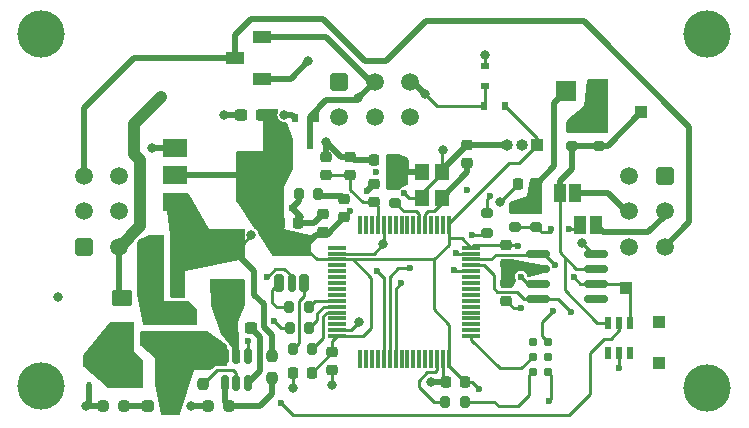
<source format=gtl>
%TF.GenerationSoftware,KiCad,Pcbnew,(6.0.0)*%
%TF.CreationDate,2023-01-08T13:29:31-06:00*%
%TF.ProjectId,WheelspeedController,57686565-6c73-4706-9565-64436f6e7472,rev?*%
%TF.SameCoordinates,Original*%
%TF.FileFunction,Copper,L1,Top*%
%TF.FilePolarity,Positive*%
%FSLAX46Y46*%
G04 Gerber Fmt 4.6, Leading zero omitted, Abs format (unit mm)*
G04 Created by KiCad (PCBNEW (6.0.0)) date 2023-01-08 13:29:31*
%MOMM*%
%LPD*%
G01*
G04 APERTURE LIST*
G04 Aperture macros list*
%AMRoundRect*
0 Rectangle with rounded corners*
0 $1 Rounding radius*
0 $2 $3 $4 $5 $6 $7 $8 $9 X,Y pos of 4 corners*
0 Add a 4 corners polygon primitive as box body*
4,1,4,$2,$3,$4,$5,$6,$7,$8,$9,$2,$3,0*
0 Add four circle primitives for the rounded corners*
1,1,$1+$1,$2,$3*
1,1,$1+$1,$4,$5*
1,1,$1+$1,$6,$7*
1,1,$1+$1,$8,$9*
0 Add four rect primitives between the rounded corners*
20,1,$1+$1,$2,$3,$4,$5,0*
20,1,$1+$1,$4,$5,$6,$7,0*
20,1,$1+$1,$6,$7,$8,$9,0*
20,1,$1+$1,$8,$9,$2,$3,0*%
G04 Aperture macros list end*
%TA.AperFunction,ComponentPad*%
%ADD10RoundRect,0.250001X-0.499999X-0.499999X0.499999X-0.499999X0.499999X0.499999X-0.499999X0.499999X0*%
%TD*%
%TA.AperFunction,ComponentPad*%
%ADD11C,1.500000*%
%TD*%
%TA.AperFunction,ComponentPad*%
%ADD12R,1.000000X1.000000*%
%TD*%
%TA.AperFunction,SMDPad,CuDef*%
%ADD13RoundRect,0.237500X-0.300000X-0.237500X0.300000X-0.237500X0.300000X0.237500X-0.300000X0.237500X0*%
%TD*%
%TA.AperFunction,SMDPad,CuDef*%
%ADD14RoundRect,0.200000X-0.275000X0.200000X-0.275000X-0.200000X0.275000X-0.200000X0.275000X0.200000X0*%
%TD*%
%TA.AperFunction,ComponentPad*%
%ADD15R,1.700000X1.700000*%
%TD*%
%TA.AperFunction,ComponentPad*%
%ADD16O,1.700000X1.700000*%
%TD*%
%TA.AperFunction,SMDPad,CuDef*%
%ADD17RoundRect,0.237500X-0.250000X-0.237500X0.250000X-0.237500X0.250000X0.237500X-0.250000X0.237500X0*%
%TD*%
%TA.AperFunction,ComponentPad*%
%ADD18C,4.000000*%
%TD*%
%TA.AperFunction,SMDPad,CuDef*%
%ADD19RoundRect,0.237500X0.237500X-0.300000X0.237500X0.300000X-0.237500X0.300000X-0.237500X-0.300000X0*%
%TD*%
%TA.AperFunction,SMDPad,CuDef*%
%ADD20RoundRect,0.225000X-0.250000X0.225000X-0.250000X-0.225000X0.250000X-0.225000X0.250000X0.225000X0*%
%TD*%
%TA.AperFunction,SMDPad,CuDef*%
%ADD21RoundRect,0.237500X0.237500X-0.250000X0.237500X0.250000X-0.237500X0.250000X-0.237500X-0.250000X0*%
%TD*%
%TA.AperFunction,SMDPad,CuDef*%
%ADD22RoundRect,0.200000X-0.200000X-0.275000X0.200000X-0.275000X0.200000X0.275000X-0.200000X0.275000X0*%
%TD*%
%TA.AperFunction,SMDPad,CuDef*%
%ADD23RoundRect,0.237500X-0.287500X-0.237500X0.287500X-0.237500X0.287500X0.237500X-0.287500X0.237500X0*%
%TD*%
%TA.AperFunction,SMDPad,CuDef*%
%ADD24R,2.500000X1.900000*%
%TD*%
%TA.AperFunction,SMDPad,CuDef*%
%ADD25RoundRect,0.250001X0.624999X-0.462499X0.624999X0.462499X-0.624999X0.462499X-0.624999X-0.462499X0*%
%TD*%
%TA.AperFunction,SMDPad,CuDef*%
%ADD26RoundRect,0.200000X0.275000X-0.200000X0.275000X0.200000X-0.275000X0.200000X-0.275000X-0.200000X0*%
%TD*%
%TA.AperFunction,SMDPad,CuDef*%
%ADD27RoundRect,0.200000X0.200000X0.275000X-0.200000X0.275000X-0.200000X-0.275000X0.200000X-0.275000X0*%
%TD*%
%TA.AperFunction,SMDPad,CuDef*%
%ADD28R,1.000000X1.500000*%
%TD*%
%TA.AperFunction,SMDPad,CuDef*%
%ADD29RoundRect,0.237500X0.250000X0.237500X-0.250000X0.237500X-0.250000X-0.237500X0.250000X-0.237500X0*%
%TD*%
%TA.AperFunction,SMDPad,CuDef*%
%ADD30RoundRect,0.237500X-0.237500X0.250000X-0.237500X-0.250000X0.237500X-0.250000X0.237500X0.250000X0*%
%TD*%
%TA.AperFunction,SMDPad,CuDef*%
%ADD31RoundRect,0.225000X0.250000X-0.225000X0.250000X0.225000X-0.250000X0.225000X-0.250000X-0.225000X0*%
%TD*%
%TA.AperFunction,SMDPad,CuDef*%
%ADD32R,0.600000X0.800000*%
%TD*%
%TA.AperFunction,SMDPad,CuDef*%
%ADD33R,0.550000X1.050000*%
%TD*%
%TA.AperFunction,SMDPad,CuDef*%
%ADD34RoundRect,0.150000X-0.150000X0.512500X-0.150000X-0.512500X0.150000X-0.512500X0.150000X0.512500X0*%
%TD*%
%TA.AperFunction,SMDPad,CuDef*%
%ADD35RoundRect,0.160000X-0.240000X0.565000X-0.240000X-0.565000X0.240000X-0.565000X0.240000X0.565000X0*%
%TD*%
%TA.AperFunction,SMDPad,CuDef*%
%ADD36RoundRect,0.120000X-0.180000X0.605000X-0.180000X-0.605000X0.180000X-0.605000X0.180000X0.605000X0*%
%TD*%
%TA.AperFunction,SMDPad,CuDef*%
%ADD37RoundRect,0.237500X0.300000X0.237500X-0.300000X0.237500X-0.300000X-0.237500X0.300000X-0.237500X0*%
%TD*%
%TA.AperFunction,SMDPad,CuDef*%
%ADD38RoundRect,0.225000X-0.225000X-0.250000X0.225000X-0.250000X0.225000X0.250000X-0.225000X0.250000X0*%
%TD*%
%TA.AperFunction,ComponentPad*%
%ADD39O,1.000000X1.000000*%
%TD*%
%TA.AperFunction,ComponentPad*%
%ADD40RoundRect,0.250001X0.499999X-0.499999X0.499999X0.499999X-0.499999X0.499999X-0.499999X-0.499999X0*%
%TD*%
%TA.AperFunction,ComponentPad*%
%ADD41RoundRect,0.250001X-0.499999X0.499999X-0.499999X-0.499999X0.499999X-0.499999X0.499999X0.499999X0*%
%TD*%
%TA.AperFunction,SMDPad,CuDef*%
%ADD42RoundRect,0.218750X-0.256250X0.218750X-0.256250X-0.218750X0.256250X-0.218750X0.256250X0.218750X0*%
%TD*%
%TA.AperFunction,SMDPad,CuDef*%
%ADD43RoundRect,0.075000X-0.075000X0.700000X-0.075000X-0.700000X0.075000X-0.700000X0.075000X0.700000X0*%
%TD*%
%TA.AperFunction,SMDPad,CuDef*%
%ADD44RoundRect,0.075000X-0.700000X0.075000X-0.700000X-0.075000X0.700000X-0.075000X0.700000X0.075000X0*%
%TD*%
%TA.AperFunction,SMDPad,CuDef*%
%ADD45R,1.200000X1.400000*%
%TD*%
%TA.AperFunction,SMDPad,CuDef*%
%ADD46RoundRect,0.225000X0.225000X0.250000X-0.225000X0.250000X-0.225000X-0.250000X0.225000X-0.250000X0*%
%TD*%
%TA.AperFunction,SMDPad,CuDef*%
%ADD47R,2.000000X1.500000*%
%TD*%
%TA.AperFunction,SMDPad,CuDef*%
%ADD48R,2.000000X3.800000*%
%TD*%
%TA.AperFunction,SMDPad,CuDef*%
%ADD49RoundRect,0.150000X-0.825000X-0.150000X0.825000X-0.150000X0.825000X0.150000X-0.825000X0.150000X0*%
%TD*%
%TA.AperFunction,SMDPad,CuDef*%
%ADD50R,1.600000X1.000000*%
%TD*%
%TA.AperFunction,SMDPad,CuDef*%
%ADD51R,0.800000X0.600000*%
%TD*%
%TA.AperFunction,SMDPad,CuDef*%
%ADD52R,2.500000X1.800000*%
%TD*%
%TA.AperFunction,SMDPad,CuDef*%
%ADD53R,0.450000X0.600000*%
%TD*%
%TA.AperFunction,ConnectorPad*%
%ADD54C,0.787400*%
%TD*%
%TA.AperFunction,ViaPad*%
%ADD55C,0.800000*%
%TD*%
%TA.AperFunction,ViaPad*%
%ADD56C,0.600000*%
%TD*%
%TA.AperFunction,Conductor*%
%ADD57C,1.000000*%
%TD*%
%TA.AperFunction,Conductor*%
%ADD58C,0.250000*%
%TD*%
%TA.AperFunction,Conductor*%
%ADD59C,0.500000*%
%TD*%
G04 APERTURE END LIST*
D10*
%TO.P,J2,1,Pin_1*%
%TO.N,GND*%
X87180000Y-76710000D03*
D11*
%TO.P,J2,2,Pin_2*%
%TO.N,/WheelIn2*%
X90180000Y-76710000D03*
%TO.P,J2,3,Pin_3*%
%TO.N,/WheelIn1*%
X93180000Y-76710000D03*
%TO.P,J2,4,Pin_4*%
%TO.N,+24V*%
X87180000Y-79710000D03*
%TO.P,J2,5,Pin_5*%
%TO.N,+5V*%
X90180000Y-79710000D03*
%TO.P,J2,6,Pin_6*%
%TO.N,/Extra1*%
X93180000Y-79710000D03*
%TD*%
D12*
%TO.P,TP11,1,1*%
%TO.N,Net-(D9-Pad4)*%
X111506000Y-94132400D03*
%TD*%
D13*
%TO.P,C4,1*%
%TO.N,/VRM/BUCK/SW*%
X78031000Y-97536000D03*
%TO.P,C4,2*%
%TO.N,/VRM/BUCK/VBST*%
X79756000Y-97536000D03*
%TD*%
D14*
%TO.P,R22,1*%
%TO.N,Net-(R22-Pad1)*%
X99669600Y-87821000D03*
%TO.P,R22,2*%
%TO.N,/MCU/BOOT0*%
X99669600Y-89471000D03*
%TD*%
D15*
%TO.P,J4,1,Pin_1*%
%TO.N,Net-(C19-Pad2)*%
X106421000Y-77470000D03*
D16*
%TO.P,J4,2,Pin_2*%
%TO.N,Net-(J4-Pad2)*%
X108961000Y-77470000D03*
%TD*%
D17*
%TO.P,R4,1*%
%TO.N,GND*%
X67159500Y-104140000D03*
%TO.P,R4,2*%
%TO.N,Net-(D7-Pad1)*%
X68984500Y-104140000D03*
%TD*%
D18*
%TO.P,TP4,1,1*%
%TO.N,GND*%
X61976000Y-102463600D03*
%TD*%
D19*
%TO.P,C1,1*%
%TO.N,/VRM/BUCK/V_in*%
X74676000Y-98398500D03*
%TO.P,C1,2*%
%TO.N,GND*%
X74676000Y-96673500D03*
%TD*%
D20*
%TO.P,C12,1*%
%TO.N,+3V3*%
X86614000Y-99555000D03*
%TO.P,C12,2*%
%TO.N,GND*%
X86614000Y-101105000D03*
%TD*%
D21*
%TO.P,R3,1*%
%TO.N,/VRM/BUCK/VFB*%
X81534000Y-101750500D03*
%TO.P,R3,2*%
%TO.N,+5V*%
X81534000Y-99925500D03*
%TD*%
D22*
%TO.P,R11,1*%
%TO.N,Net-(D10-Pad5)*%
X82995000Y-97536000D03*
%TO.P,R11,2*%
%TO.N,/MCU/LED_G*%
X84645000Y-97536000D03*
%TD*%
D23*
%TO.P,D7,1,K*%
%TO.N,Net-(D7-Pad1)*%
X71007000Y-104140000D03*
%TO.P,D7,2,A*%
%TO.N,/VRM/BUCK/V_in*%
X72757000Y-104140000D03*
%TD*%
D24*
%TO.P,L1,1,1*%
%TO.N,/VRM/BUCK/SW*%
X77724000Y-94506000D03*
%TO.P,L1,2,2*%
%TO.N,+5V*%
X77724000Y-90406000D03*
%TD*%
D25*
%TO.P,F1,1*%
%TO.N,/VRM/DIODE*%
X68834000Y-98007500D03*
%TO.P,F1,2*%
%TO.N,+24V*%
X68834000Y-95032500D03*
%TD*%
D22*
%TO.P,R10,1*%
%TO.N,Net-(D10-Pad6)*%
X83249000Y-99364800D03*
%TO.P,R10,2*%
%TO.N,/MCU/LED_B*%
X84899000Y-99364800D03*
%TD*%
D18*
%TO.P,TP1,1,1*%
%TO.N,GND*%
X61976000Y-72644000D03*
%TD*%
%TO.P,TP2,1,1*%
%TO.N,GND*%
X118364000Y-102616000D03*
%TD*%
D19*
%TO.P,C3,1*%
%TO.N,/VRM/BUCK/V_in*%
X72898000Y-98298000D03*
%TO.P,C3,2*%
%TO.N,GND*%
X72898000Y-96573000D03*
%TD*%
D26*
%TO.P,R19,1*%
%TO.N,Net-(D9-Pad6)*%
X106934000Y-82105000D03*
%TO.P,R19,2*%
%TO.N,Net-(J4-Pad2)*%
X106934000Y-80455000D03*
%TD*%
%TO.P,R17,1*%
%TO.N,Net-(D9-Pad6)*%
X109220000Y-82105000D03*
%TO.P,R17,2*%
%TO.N,Net-(J4-Pad2)*%
X109220000Y-80455000D03*
%TD*%
D12*
%TO.P,TP9,1,1*%
%TO.N,Net-(D9-Pad6)*%
X112776000Y-79248000D03*
%TD*%
D19*
%TO.P,C2,1*%
%TO.N,/VRM/BUCK/V_in*%
X71120000Y-98398500D03*
%TO.P,C2,2*%
%TO.N,GND*%
X71120000Y-96673500D03*
%TD*%
D12*
%TO.P,TP5,1,1*%
%TO.N,/MCU/CAN1_TX*%
X114249200Y-97078800D03*
%TD*%
D27*
%TO.P,R23,1*%
%TO.N,Net-(J6-Pad2)*%
X97802200Y-103784400D03*
%TO.P,R23,2*%
%TO.N,/MCU/SWDIO*%
X96152200Y-103784400D03*
%TD*%
D22*
%TO.P,R12,1*%
%TO.N,Net-(D10-Pad4)*%
X82944200Y-95808800D03*
%TO.P,R12,2*%
%TO.N,/MCU/LED_R*%
X84594200Y-95808800D03*
%TD*%
D28*
%TO.P,JP1,1,A*%
%TO.N,Net-(D9-Pad6)*%
X105888000Y-86106000D03*
%TO.P,JP1,2,B*%
%TO.N,/CAN+*%
X107188000Y-86106000D03*
%TD*%
D29*
%TO.P,R2,1*%
%TO.N,/VRM/BUCK/VFB*%
X77874500Y-104140000D03*
%TO.P,R2,2*%
%TO.N,GND*%
X76049500Y-104140000D03*
%TD*%
D30*
%TO.P,R1,1*%
%TO.N,/VRM/BUCK/V_in*%
X75692000Y-100433500D03*
%TO.P,R1,2*%
%TO.N,/VRM/BUCK/EN*%
X75692000Y-102258500D03*
%TD*%
D31*
%TO.P,C16,1*%
%TO.N,+3.3VA*%
X88138000Y-84595000D03*
%TO.P,C16,2*%
%TO.N,GND*%
X88138000Y-83045000D03*
%TD*%
D28*
%TO.P,JP2,1,A*%
%TO.N,Net-(D9-Pad4)*%
X107604800Y-88849200D03*
%TO.P,JP2,2,B*%
%TO.N,/CAN-*%
X108904800Y-88849200D03*
%TD*%
D32*
%TO.P,D3,1*%
%TO.N,+3V3*%
X101180000Y-78740000D03*
%TO.P,D3,2*%
%TO.N,/WheelIn1*%
X99480000Y-78740000D03*
%TD*%
D33*
%TO.P,D9,1,I/O1*%
%TO.N,Net-(D9-Pad1)*%
X109946400Y-99699600D03*
%TO.P,D9,2,VSS*%
%TO.N,GND*%
X110896400Y-99699600D03*
%TO.P,D9,3,I/O2*%
%TO.N,Net-(D9-Pad3)*%
X111846400Y-99699600D03*
%TO.P,D9,4,I/O3*%
%TO.N,Net-(D9-Pad4)*%
X111846400Y-97099600D03*
%TO.P,D9,5,VCC*%
%TO.N,+5V*%
X110896400Y-97099600D03*
%TO.P,D9,6,I/O4*%
%TO.N,Net-(D9-Pad6)*%
X109946400Y-97099600D03*
%TD*%
D14*
%TO.P,R13,1*%
%TO.N,Net-(C19-Pad2)*%
X102108000Y-87313000D03*
%TO.P,R13,2*%
%TO.N,Net-(D9-Pad4)*%
X102108000Y-88963000D03*
%TD*%
D34*
%TO.P,U1,1,GND*%
%TO.N,GND*%
X79436000Y-99954500D03*
%TO.P,U1,2,SW*%
%TO.N,/VRM/BUCK/SW*%
X78486000Y-99954500D03*
%TO.P,U1,3,VIN*%
%TO.N,/VRM/BUCK/V_in*%
X77536000Y-99954500D03*
%TO.P,U1,4,VFB*%
%TO.N,/VRM/BUCK/VFB*%
X77536000Y-102229500D03*
%TO.P,U1,5,EN*%
%TO.N,/VRM/BUCK/EN*%
X78486000Y-102229500D03*
%TO.P,U1,6,VBST*%
%TO.N,/VRM/BUCK/VBST*%
X79436000Y-102229500D03*
%TD*%
D35*
%TO.P,D10,1,BA*%
%TO.N,+3V3*%
X84225000Y-90682000D03*
D36*
%TO.P,D10,2,RA*%
X83175000Y-90682000D03*
D35*
%TO.P,D10,3,GA*%
X82125000Y-90682000D03*
%TO.P,D10,4,GK*%
%TO.N,Net-(D10-Pad4)*%
X82125000Y-93732000D03*
D36*
%TO.P,D10,5,RK*%
%TO.N,Net-(D10-Pad5)*%
X83175000Y-93732000D03*
D35*
%TO.P,D10,6,BK*%
%TO.N,Net-(D10-Pad6)*%
X84225000Y-93732000D03*
%TD*%
D26*
%TO.P,R21,1*%
%TO.N,/MCU/HSE_out*%
X91948000Y-86936000D03*
%TO.P,R21,2*%
%TO.N,Net-(C22-Pad1)*%
X91948000Y-85286000D03*
%TD*%
D37*
%TO.P,C5,1*%
%TO.N,+5V*%
X73506500Y-92456000D03*
%TO.P,C5,2*%
%TO.N,GND*%
X71781500Y-92456000D03*
%TD*%
D38*
%TO.P,C11,1*%
%TO.N,+3V3*%
X82146000Y-88651000D03*
%TO.P,C11,2*%
%TO.N,GND*%
X83696000Y-88651000D03*
%TD*%
%TO.P,C19,1*%
%TO.N,GND*%
X102349000Y-85344000D03*
%TO.P,C19,2*%
%TO.N,Net-(C19-Pad2)*%
X103899000Y-85344000D03*
%TD*%
D12*
%TO.P,SW2,1,A*%
%TO.N,+3V3*%
X103891000Y-82042000D03*
D39*
%TO.P,SW2,2,B*%
%TO.N,Net-(R22-Pad1)*%
X102621000Y-82042000D03*
%TO.P,SW2,3,C*%
%TO.N,GND*%
X101351000Y-82042000D03*
%TD*%
D37*
%TO.P,C8,1*%
%TO.N,+3V3*%
X80618500Y-79502000D03*
%TO.P,C8,2*%
%TO.N,GND*%
X78893500Y-79502000D03*
%TD*%
D40*
%TO.P,J1,1,Pin_1*%
%TO.N,GND*%
X65577000Y-90654000D03*
D11*
%TO.P,J1,2,Pin_2*%
%TO.N,/CAN-*%
X65577000Y-87654000D03*
%TO.P,J1,3,Pin_3*%
%TO.N,/PassThru*%
X65577000Y-84654000D03*
%TO.P,J1,4,Pin_4*%
%TO.N,+24V*%
X68577000Y-90654000D03*
%TO.P,J1,5,Pin_5*%
%TO.N,/CAN+*%
X68577000Y-87654000D03*
%TO.P,J1,6,Pin_6*%
%TO.N,/SHIELD*%
X68577000Y-84654000D03*
%TD*%
D12*
%TO.P,TP7,1,1*%
%TO.N,/MCU/CAN1_RX*%
X114249200Y-100507800D03*
%TD*%
D31*
%TO.P,C15,1*%
%TO.N,+3.3VA*%
X86106000Y-84595000D03*
%TO.P,C15,2*%
%TO.N,GND*%
X86106000Y-83045000D03*
%TD*%
D41*
%TO.P,J3,1,Pin_1*%
%TO.N,GND*%
X114763000Y-84664000D03*
D11*
%TO.P,J3,2,Pin_2*%
%TO.N,/CAN-*%
X114763000Y-87664000D03*
%TO.P,J3,3,Pin_3*%
%TO.N,/PassThru*%
X114763000Y-90664000D03*
%TO.P,J3,4,Pin_4*%
%TO.N,+24V*%
X111763000Y-84664000D03*
%TO.P,J3,5,Pin_5*%
%TO.N,/CAN+*%
X111763000Y-87664000D03*
%TO.P,J3,6,Pin_6*%
%TO.N,/SHIELD*%
X111763000Y-90664000D03*
%TD*%
D42*
%TO.P,L2,1*%
%TO.N,+3V3*%
X90170000Y-85323500D03*
%TO.P,L2,2*%
%TO.N,+3.3VA*%
X90170000Y-86898500D03*
%TD*%
D31*
%TO.P,C17,1*%
%TO.N,+3V3*%
X101346000Y-95263000D03*
%TO.P,C17,2*%
%TO.N,GND*%
X101346000Y-93713000D03*
%TD*%
D20*
%TO.P,C9,1*%
%TO.N,+3V3*%
X101346000Y-90563400D03*
%TO.P,C9,2*%
%TO.N,GND*%
X101346000Y-92113400D03*
%TD*%
D27*
%TO.P,R9,1*%
%TO.N,Net-(D8-Pad1)*%
X85407000Y-86233000D03*
%TO.P,R9,2*%
%TO.N,GND*%
X83757000Y-86233000D03*
%TD*%
D31*
%TO.P,C10,1*%
%TO.N,+3V3*%
X85852000Y-89421000D03*
%TO.P,C10,2*%
%TO.N,GND*%
X85852000Y-87871000D03*
%TD*%
%TO.P,C21,1*%
%TO.N,/MCU/HSE_in*%
X98044000Y-83579000D03*
%TO.P,C21,2*%
%TO.N,GND*%
X98044000Y-82029000D03*
%TD*%
D18*
%TO.P,TP3,1,1*%
%TO.N,GND*%
X118364000Y-72644000D03*
%TD*%
D14*
%TO.P,R15,1*%
%TO.N,Net-(C19-Pad2)*%
X103886000Y-87313000D03*
%TO.P,R15,2*%
%TO.N,Net-(D9-Pad4)*%
X103886000Y-88963000D03*
%TD*%
D43*
%TO.P,U3,1,VBAT*%
%TO.N,+3V3*%
X96460000Y-88818000D03*
%TO.P,U3,2,PC13*%
%TO.N,/MCU/PC13*%
X95960000Y-88818000D03*
%TO.P,U3,3,PC14*%
%TO.N,/MCU/PC14*%
X95460000Y-88818000D03*
%TO.P,U3,4,PC15*%
%TO.N,/MCU/PC15*%
X94960000Y-88818000D03*
%TO.P,U3,5,PD0*%
%TO.N,/MCU/HSE_in*%
X94460000Y-88818000D03*
%TO.P,U3,6,PD1*%
%TO.N,/MCU/HSE_out*%
X93960000Y-88818000D03*
%TO.P,U3,7,NRST*%
%TO.N,unconnected-(U3-Pad7)*%
X93460000Y-88818000D03*
%TO.P,U3,8,PC0*%
%TO.N,/MCU/PC0*%
X92960000Y-88818000D03*
%TO.P,U3,9,PC1*%
%TO.N,/MCU/PC1*%
X92460000Y-88818000D03*
%TO.P,U3,10,PC2*%
%TO.N,/MCU/PC2*%
X91960000Y-88818000D03*
%TO.P,U3,11,PC3*%
%TO.N,/MCU/PC3*%
X91460000Y-88818000D03*
%TO.P,U3,12,VSSA*%
%TO.N,GND*%
X90960000Y-88818000D03*
%TO.P,U3,13,VDDA*%
%TO.N,+3.3VA*%
X90460000Y-88818000D03*
%TO.P,U3,14,PA0*%
%TO.N,/MCU/PB0*%
X89960000Y-88818000D03*
%TO.P,U3,15,PA1*%
%TO.N,/MCU/PB1*%
X89460000Y-88818000D03*
%TO.P,U3,16,PA2*%
%TO.N,/MCU/PB2*%
X88960000Y-88818000D03*
D44*
%TO.P,U3,17,PA3*%
%TO.N,/MCU/PA3*%
X87035000Y-90743000D03*
%TO.P,U3,18,VSS*%
%TO.N,GND*%
X87035000Y-91243000D03*
%TO.P,U3,19,VDD*%
%TO.N,+3V3*%
X87035000Y-91743000D03*
%TO.P,U3,20,PA4*%
%TO.N,/MCU/PA4*%
X87035000Y-92243000D03*
%TO.P,U3,21,PA5*%
%TO.N,/MCU/SPI1_SCK*%
X87035000Y-92743000D03*
%TO.P,U3,22,PA6*%
%TO.N,/MCU/SPI1_MISO*%
X87035000Y-93243000D03*
%TO.P,U3,23,PA7*%
%TO.N,/MCU/SPI1_MOSI*%
X87035000Y-93743000D03*
%TO.P,U3,24,PC4*%
%TO.N,/MCU/PC4*%
X87035000Y-94243000D03*
%TO.P,U3,25,PC5*%
%TO.N,/MCU/PC5*%
X87035000Y-94743000D03*
%TO.P,U3,26,PB0*%
%TO.N,/MCU/LED_R*%
X87035000Y-95243000D03*
%TO.P,U3,27,PB1*%
%TO.N,/MCU/LED_G*%
X87035000Y-95743000D03*
%TO.P,U3,28,PB2*%
%TO.N,/MCU/LED_B*%
X87035000Y-96243000D03*
%TO.P,U3,29,PB10*%
%TO.N,/MCU/I2C2_SCL*%
X87035000Y-96743000D03*
%TO.P,U3,30,PB11*%
%TO.N,/MCU/I2C2_SDA*%
X87035000Y-97243000D03*
%TO.P,U3,31,VSS*%
%TO.N,GND*%
X87035000Y-97743000D03*
%TO.P,U3,32,VDD*%
%TO.N,+3V3*%
X87035000Y-98243000D03*
D43*
%TO.P,U3,33,PB12*%
%TO.N,/MCU/CAN2_RX*%
X88960000Y-100168000D03*
%TO.P,U3,34,PB13*%
%TO.N,/MCU/CAN2_TX*%
X89460000Y-100168000D03*
%TO.P,U3,35,PB14*%
%TO.N,/MCU/PB14*%
X89960000Y-100168000D03*
%TO.P,U3,36,PB15*%
%TO.N,/MCU/PB15*%
X90460000Y-100168000D03*
%TO.P,U3,37,PC6*%
%TO.N,/WheelIn2*%
X90960000Y-100168000D03*
%TO.P,U3,38,PC7*%
%TO.N,/WheelIn1*%
X91460000Y-100168000D03*
%TO.P,U3,39,PC8*%
%TO.N,/Extra1*%
X91960000Y-100168000D03*
%TO.P,U3,40,PC9*%
%TO.N,/MCU/PC9*%
X92460000Y-100168000D03*
%TO.P,U3,41,PA8*%
%TO.N,/MCU/PA8*%
X92960000Y-100168000D03*
%TO.P,U3,42,PA9*%
%TO.N,/MCU/PA9*%
X93460000Y-100168000D03*
%TO.P,U3,43,PA10*%
%TO.N,/MCU/PA10*%
X93960000Y-100168000D03*
%TO.P,U3,44,PA11*%
%TO.N,/MCU/USB_D-*%
X94460000Y-100168000D03*
%TO.P,U3,45,PA12*%
%TO.N,/MCU/USB_D+*%
X94960000Y-100168000D03*
%TO.P,U3,46,PA13*%
%TO.N,/MCU/SWDIO*%
X95460000Y-100168000D03*
%TO.P,U3,47,VSS*%
%TO.N,GND*%
X95960000Y-100168000D03*
%TO.P,U3,48,VDD*%
%TO.N,+3V3*%
X96460000Y-100168000D03*
D44*
%TO.P,U3,49,PA14*%
%TO.N,/MCU/SWCLK*%
X98385000Y-98243000D03*
%TO.P,U3,50,PA15*%
%TO.N,/MCU/PA14*%
X98385000Y-97743000D03*
%TO.P,U3,51,PC10*%
%TO.N,/MCU/SPI3_SCK*%
X98385000Y-97243000D03*
%TO.P,U3,52,PC11*%
%TO.N,/MCU/SPI3_MISO*%
X98385000Y-96743000D03*
%TO.P,U3,53,PC12*%
%TO.N,/MCU/SPI3_MOSI*%
X98385000Y-96243000D03*
%TO.P,U3,54,PD2*%
%TO.N,/MCU/PD2*%
X98385000Y-95743000D03*
%TO.P,U3,55,PB3*%
%TO.N,/MCU/PB3*%
X98385000Y-95243000D03*
%TO.P,U3,56,PB4*%
%TO.N,/MCU/PB4*%
X98385000Y-94743000D03*
%TO.P,U3,57,PB5*%
%TO.N,/MCU/PB5*%
X98385000Y-94243000D03*
%TO.P,U3,58,PB6*%
%TO.N,/MCU/I2C1_SCL*%
X98385000Y-93743000D03*
%TO.P,U3,59,PB7*%
%TO.N,/MCU/I2C1_SDA*%
X98385000Y-93243000D03*
%TO.P,U3,60,BOOT0*%
%TO.N,/MCU/BOOT0*%
X98385000Y-92743000D03*
%TO.P,U3,61,PB8*%
%TO.N,/MCU/CAN1_RX*%
X98385000Y-92243000D03*
%TO.P,U3,62,PB9*%
%TO.N,/MCU/CAN1_TX*%
X98385000Y-91743000D03*
%TO.P,U3,63,VSS*%
%TO.N,GND*%
X98385000Y-91243000D03*
%TO.P,U3,64,VDD*%
%TO.N,+3V3*%
X98385000Y-90743000D03*
%TD*%
D45*
%TO.P,Y1,1,1*%
%TO.N,/MCU/HSE_in*%
X95896800Y-86499800D03*
%TO.P,Y1,2,2*%
%TO.N,GND*%
X95896800Y-84299800D03*
%TO.P,Y1,3,3*%
%TO.N,Net-(C22-Pad1)*%
X94196800Y-84299800D03*
%TO.P,Y1,4,4*%
%TO.N,GND*%
X94196800Y-86499800D03*
%TD*%
D37*
%TO.P,C6,1*%
%TO.N,+5V*%
X73506500Y-94234000D03*
%TO.P,C6,2*%
%TO.N,GND*%
X71781500Y-94234000D03*
%TD*%
D46*
%TO.P,C22,1*%
%TO.N,Net-(C22-Pad1)*%
X91707000Y-83312000D03*
%TO.P,C22,2*%
%TO.N,GND*%
X90157000Y-83312000D03*
%TD*%
D42*
%TO.P,D8,1,K*%
%TO.N,Net-(D8-Pad1)*%
X87630000Y-86588500D03*
%TO.P,D8,2,A*%
%TO.N,+3V3*%
X87630000Y-88163500D03*
%TD*%
D46*
%TO.P,C13,1*%
%TO.N,+3V3*%
X84849000Y-101346000D03*
%TO.P,C13,2*%
%TO.N,GND*%
X83299000Y-101346000D03*
%TD*%
D47*
%TO.P,U2,1,GND*%
%TO.N,GND*%
X73304000Y-82282000D03*
%TO.P,U2,2,VO*%
%TO.N,+3V3*%
X73304000Y-84582000D03*
D48*
X79604000Y-84582000D03*
D47*
%TO.P,U2,3,VI*%
%TO.N,+5V*%
X73304000Y-86882000D03*
%TD*%
D46*
%TO.P,C14,1*%
%TO.N,+3V3*%
X97803000Y-102113000D03*
%TO.P,C14,2*%
%TO.N,GND*%
X96253000Y-102113000D03*
%TD*%
D32*
%TO.P,D1,1*%
%TO.N,+3V3*%
X82970000Y-82042000D03*
%TO.P,D1,2*%
%TO.N,/WheelIn2*%
X84670000Y-82042000D03*
%TD*%
D49*
%TO.P,U4,1,D*%
%TO.N,/MCU/CAN1_TX*%
X104001800Y-91262200D03*
%TO.P,U4,2,GND*%
%TO.N,GND*%
X104001800Y-92532200D03*
%TO.P,U4,3,VCC*%
%TO.N,+3V3*%
X104001800Y-93802200D03*
%TO.P,U4,4,R*%
%TO.N,/MCU/CAN1_RX*%
X104001800Y-95072200D03*
%TO.P,U4,5,Vref*%
%TO.N,unconnected-(U4-Pad5)*%
X108951800Y-95072200D03*
%TO.P,U4,6,CANL*%
%TO.N,Net-(D9-Pad4)*%
X108951800Y-93802200D03*
%TO.P,U4,7,CANH*%
%TO.N,Net-(D9-Pad6)*%
X108951800Y-92532200D03*
%TO.P,U4,8,Rs*%
%TO.N,GND*%
X108951800Y-91262200D03*
%TD*%
D50*
%TO.P,SW1,1,A*%
%TO.N,/WheelIn1*%
X80652000Y-76426000D03*
%TO.P,SW1,2,B*%
%TO.N,/PassThru*%
X78352000Y-74676000D03*
%TO.P,SW1,3,C*%
%TO.N,/WheelIn2*%
X80652000Y-72926000D03*
%TD*%
D51*
%TO.P,D4,1*%
%TO.N,/WheelIn1*%
X99568000Y-77050000D03*
%TO.P,D4,2*%
%TO.N,GND*%
X99568000Y-75350000D03*
%TD*%
D37*
%TO.P,C7,1*%
%TO.N,+5V*%
X73506500Y-90424000D03*
%TO.P,C7,2*%
%TO.N,GND*%
X71781500Y-90424000D03*
%TD*%
D32*
%TO.P,D2,1*%
%TO.N,/WheelIn2*%
X85178000Y-79756000D03*
%TO.P,D2,2*%
%TO.N,GND*%
X83478000Y-79756000D03*
%TD*%
D52*
%TO.P,D6,1,K*%
%TO.N,/VRM/BUCK/V_in*%
X73120000Y-101346000D03*
%TO.P,D6,2,A*%
%TO.N,/VRM/DIODE*%
X69120000Y-101346000D03*
%TD*%
D53*
%TO.P,D5,1,K*%
%TO.N,/VRM/DIODE*%
X66040000Y-100296000D03*
%TO.P,D5,2,A*%
%TO.N,GND*%
X66040000Y-102396000D03*
%TD*%
D54*
%TO.P,J6,1,Pin_1*%
%TO.N,+3V3*%
X104825800Y-101269800D03*
%TO.P,J6,2,Pin_2*%
%TO.N,Net-(J6-Pad2)*%
X103555800Y-101269800D03*
%TO.P,J6,3,Pin_3*%
%TO.N,unconnected-(J6-Pad3)*%
X104825800Y-99999800D03*
%TO.P,J6,4,Pin_4*%
%TO.N,/MCU/SWCLK*%
X103555800Y-99999800D03*
%TO.P,J6,5,Pin_5*%
%TO.N,GND*%
X104825800Y-98729800D03*
%TO.P,J6,6,Pin_6*%
%TO.N,unconnected-(J6-Pad6)*%
X103555800Y-98729800D03*
%TD*%
D55*
%TO.N,GND*%
X82550000Y-79502000D03*
X90932000Y-90424000D03*
X86614000Y-102362000D03*
X71374000Y-82296000D03*
D56*
X70358000Y-94488000D03*
D55*
X83312000Y-102616000D03*
X95961200Y-82499200D03*
D56*
X71120000Y-95504000D03*
D55*
X94996000Y-102108000D03*
D56*
X70358000Y-92456000D03*
D55*
X77470000Y-79502000D03*
X74676000Y-104140000D03*
X100838000Y-86868000D03*
X86106000Y-81788000D03*
D56*
X74168000Y-95504000D03*
X79502000Y-98679000D03*
D55*
X65786000Y-104140000D03*
X99568000Y-74422000D03*
D56*
X83185000Y-87376000D03*
X97078800Y-91236800D03*
X70358000Y-93472000D03*
D55*
X88900000Y-97028000D03*
D56*
X110896400Y-100939600D03*
X101346000Y-92913200D03*
X70358000Y-91440000D03*
D55*
X107746800Y-90322400D03*
D56*
X105257600Y-96113600D03*
X92710000Y-86106000D03*
%TO.N,/WheelIn1*%
X93218000Y-92456000D03*
D55*
X84582000Y-74930000D03*
D56*
X98044000Y-85852000D03*
D55*
X94475400Y-77769000D03*
D56*
%TO.N,/WheelIn2*%
X90424000Y-92710000D03*
D55*
X88779000Y-78111000D03*
D56*
X90271600Y-84378800D03*
%TO.N,+3V3*%
X102565200Y-95859600D03*
X102362000Y-90576400D03*
X104952800Y-103733600D03*
X99060000Y-102717600D03*
X89535000Y-85979000D03*
X88138000Y-87630000D03*
X102565200Y-93192600D03*
D55*
%TO.N,+5V*%
X79756000Y-89662000D03*
D56*
X81534000Y-98552000D03*
X82296000Y-103886000D03*
%TO.N,Net-(D9-Pad4)*%
X105156000Y-89154000D03*
X106680000Y-89154000D03*
X107035600Y-93268800D03*
%TO.N,/MCU/BOOT0*%
X98450400Y-89662000D03*
X96926400Y-92659200D03*
%TO.N,/MCU/CAN1_TX*%
X105486200Y-92202000D03*
%TO.N,/MCU/CAN1_RX*%
X106807000Y-96164400D03*
%TO.N,Net-(D10-Pad5)*%
X81686400Y-96977200D03*
X81076800Y-93218000D03*
D55*
%TO.N,+24V*%
X71374000Y-78740000D03*
X72136000Y-77978000D03*
X70612000Y-79502000D03*
X69850000Y-80264000D03*
D56*
%TO.N,Net-(R22-Pad1)*%
X99949000Y-86334600D03*
%TO.N,/Extra1*%
X92456000Y-93726000D03*
D55*
%TO.N,/SHIELD*%
X63347600Y-94945200D03*
%TD*%
D57*
%TO.N,+24V*%
X69850000Y-80264000D02*
X70612000Y-79502000D01*
D58*
%TO.N,GND*%
X90113000Y-91243000D02*
X90932000Y-90424000D01*
D59*
X78893500Y-79502000D02*
X77470000Y-79502000D01*
D58*
X95896800Y-84443200D02*
X95896800Y-84299800D01*
X110896400Y-99699600D02*
X110896400Y-100939600D01*
X90960000Y-88818000D02*
X90960000Y-90396000D01*
X108686600Y-91262200D02*
X107746800Y-90322400D01*
D59*
X95896800Y-84176200D02*
X98044000Y-82029000D01*
X83757000Y-86804000D02*
X83185000Y-87376000D01*
X83224000Y-79502000D02*
X83478000Y-79756000D01*
D58*
X99568000Y-75350000D02*
X99568000Y-74422000D01*
D59*
X83696000Y-88651000D02*
X85072000Y-88651000D01*
D58*
X94196800Y-86143200D02*
X95896800Y-84443200D01*
X95960000Y-100168000D02*
X95960000Y-101820000D01*
X97085000Y-91243000D02*
X97078800Y-91236800D01*
D59*
X101338000Y-82029000D02*
X101351000Y-82042000D01*
D58*
X88185000Y-97743000D02*
X88900000Y-97028000D01*
D59*
X88405000Y-83312000D02*
X88138000Y-83045000D01*
D58*
X87035000Y-91243000D02*
X90113000Y-91243000D01*
X95896800Y-84299800D02*
X95896800Y-82563600D01*
D59*
X90157000Y-83312000D02*
X88405000Y-83312000D01*
X95896800Y-84299800D02*
X95896800Y-84176200D01*
D58*
X94196800Y-86499800D02*
X94196800Y-86143200D01*
X87035000Y-97743000D02*
X87931000Y-97743000D01*
D59*
X71388000Y-82282000D02*
X71374000Y-82296000D01*
D58*
X83299000Y-101346000D02*
X83299000Y-102603000D01*
X102349000Y-85344000D02*
X102349000Y-85357000D01*
D59*
X83757000Y-86233000D02*
X83757000Y-86804000D01*
X66040000Y-103886000D02*
X65786000Y-104140000D01*
X95001000Y-102113000D02*
X94996000Y-102108000D01*
X74676000Y-104140000D02*
X76049500Y-104140000D01*
D58*
X94196800Y-86499800D02*
X93103800Y-86499800D01*
X101396800Y-92113400D02*
X101396800Y-92862400D01*
D59*
X83696000Y-87887000D02*
X83185000Y-87376000D01*
D58*
X90960000Y-90396000D02*
X90932000Y-90424000D01*
D59*
X82550000Y-79502000D02*
X83224000Y-79502000D01*
D58*
X101396800Y-92862400D02*
X101346000Y-92913200D01*
D59*
X98044000Y-82029000D02*
X101338000Y-82029000D01*
D58*
X86614000Y-102362000D02*
X86614000Y-101105000D01*
D59*
X83185000Y-87376000D02*
X83934000Y-88125000D01*
X88138000Y-83045000D02*
X87363000Y-83045000D01*
D58*
X101396800Y-93713000D02*
X101396800Y-92964000D01*
D59*
X85072000Y-88651000D02*
X85852000Y-87871000D01*
D58*
X79436000Y-98745000D02*
X79502000Y-98679000D01*
X93103800Y-86499800D02*
X92710000Y-86106000D01*
D59*
X86106000Y-83045000D02*
X86106000Y-81788000D01*
X67159500Y-104140000D02*
X65786000Y-104140000D01*
D58*
X95960000Y-101820000D02*
X96253000Y-102113000D01*
X104317800Y-97053400D02*
X105257600Y-96113600D01*
X98385000Y-91243000D02*
X97085000Y-91243000D01*
X108951800Y-91262200D02*
X108686600Y-91262200D01*
X102349000Y-85357000D02*
X100838000Y-86868000D01*
X79436000Y-99954500D02*
X79436000Y-98745000D01*
D59*
X66040000Y-102396000D02*
X66040000Y-103886000D01*
D58*
X95896800Y-82563600D02*
X95961200Y-82499200D01*
D59*
X73304000Y-82282000D02*
X71388000Y-82282000D01*
D58*
X104317800Y-98221800D02*
X104317800Y-97053400D01*
X83299000Y-102603000D02*
X83312000Y-102616000D01*
X104825800Y-98729800D02*
X104317800Y-98221800D01*
D59*
X96253000Y-102113000D02*
X95001000Y-102113000D01*
D58*
X101396800Y-92964000D02*
X101346000Y-92913200D01*
D59*
X83696000Y-88651000D02*
X83696000Y-87887000D01*
D58*
X87931000Y-97743000D02*
X88185000Y-97743000D01*
D59*
X87363000Y-83045000D02*
X86106000Y-81788000D01*
%TO.N,/CAN+*%
X109951000Y-86106000D02*
X111763000Y-87918000D01*
X107188000Y-86106000D02*
X109951000Y-86106000D01*
%TO.N,/CAN-*%
X114763000Y-88030600D02*
X113334800Y-89458800D01*
X114763000Y-87918000D02*
X114763000Y-88030600D01*
X109514400Y-89458800D02*
X108904800Y-88849200D01*
X113334800Y-89458800D02*
X109514400Y-89458800D01*
D58*
%TO.N,/WheelIn1*%
X92202000Y-92456000D02*
X93218000Y-92456000D01*
D59*
X93180000Y-76710000D02*
X93416400Y-76710000D01*
D58*
X95446400Y-78740000D02*
X94475400Y-77769000D01*
X91460000Y-93198000D02*
X92202000Y-92456000D01*
X91460000Y-94468000D02*
X91460000Y-93198000D01*
D59*
X83086000Y-76426000D02*
X80652000Y-76426000D01*
D58*
X99480000Y-78740000D02*
X97028000Y-78740000D01*
X95554800Y-78740000D02*
X97028000Y-78740000D01*
D59*
X93416400Y-76710000D02*
X94475400Y-77769000D01*
D58*
X99568000Y-77050000D02*
X99568000Y-78652000D01*
X95554800Y-78740000D02*
X95446400Y-78740000D01*
D59*
X84582000Y-74930000D02*
X83086000Y-76426000D01*
D58*
X99568000Y-78652000D02*
X99480000Y-78740000D01*
X91460000Y-100168000D02*
X91460000Y-94468000D01*
D59*
%TO.N,/WheelIn2*%
X85725000Y-78613000D02*
X84670000Y-79668000D01*
D58*
X90960000Y-100168000D02*
X90960000Y-93190000D01*
D59*
X90180000Y-76710000D02*
X89862000Y-76710000D01*
X86078000Y-72926000D02*
X80652000Y-72926000D01*
D58*
X90904000Y-93190000D02*
X90424000Y-92710000D01*
D59*
X85178000Y-79160000D02*
X85725000Y-78613000D01*
X88658000Y-78232000D02*
X86106000Y-78232000D01*
X86106000Y-78232000D02*
X85725000Y-78613000D01*
X89862000Y-76710000D02*
X86078000Y-72926000D01*
D58*
X90960000Y-93190000D02*
X90904000Y-93190000D01*
D59*
X88779000Y-78111000D02*
X88658000Y-78232000D01*
X84670000Y-79668000D02*
X84670000Y-82042000D01*
X85178000Y-79756000D02*
X85178000Y-79160000D01*
X90180000Y-76710000D02*
X88779000Y-78111000D01*
%TO.N,/VRM/BUCK/SW*%
X78486000Y-99954500D02*
X78486000Y-97991000D01*
X78031000Y-94813000D02*
X77724000Y-94506000D01*
X78486000Y-97991000D02*
X78031000Y-97536000D01*
X78031000Y-97536000D02*
X78031000Y-94813000D01*
%TO.N,/VRM/BUCK/VBST*%
X80518000Y-98298000D02*
X80518000Y-101147500D01*
X79756000Y-97536000D02*
X80518000Y-98298000D01*
X80518000Y-101147500D02*
X79436000Y-102229500D01*
D58*
%TO.N,/VRM/BUCK/EN*%
X76858500Y-101092000D02*
X75692000Y-102258500D01*
X78486000Y-101346000D02*
X78232000Y-101092000D01*
X78486000Y-102229500D02*
X78486000Y-101346000D01*
X78232000Y-101092000D02*
X76858500Y-101092000D01*
D59*
%TO.N,/VRM/BUCK/VFB*%
X81534000Y-101750500D02*
X81534000Y-103124000D01*
X80518000Y-104140000D02*
X77874500Y-104140000D01*
X77536000Y-103801500D02*
X77874500Y-104140000D01*
X81534000Y-103124000D02*
X80518000Y-104140000D01*
X77536000Y-102229500D02*
X77536000Y-103801500D01*
D58*
%TO.N,+3.3VA*%
X88138000Y-85852000D02*
X88138000Y-84595000D01*
X90170000Y-86898500D02*
X89184500Y-86898500D01*
X86106000Y-84595000D02*
X88138000Y-84595000D01*
X90460000Y-88818000D02*
X90460000Y-87188500D01*
X90460000Y-87188500D02*
X90170000Y-86898500D01*
X89184500Y-86898500D02*
X88138000Y-85852000D01*
D59*
%TO.N,+3V3*%
X90170000Y-85344000D02*
X89535000Y-85979000D01*
D58*
X97599600Y-89957600D02*
X96460000Y-89957600D01*
X89916000Y-93316000D02*
X88343000Y-91743000D01*
X104001800Y-93802200D02*
X103174800Y-93802200D01*
X103891000Y-81451000D02*
X101180000Y-78740000D01*
X86614000Y-99555000D02*
X86614000Y-98664000D01*
X98615400Y-90512600D02*
X98385000Y-90743000D01*
X96460000Y-90484000D02*
X96460000Y-89957600D01*
X88343000Y-91743000D02*
X95201000Y-91743000D01*
X96460000Y-88698000D02*
X98031000Y-87127000D01*
X85286000Y-91743000D02*
X84225000Y-90682000D01*
X95201000Y-95963000D02*
X96520000Y-97282000D01*
X95201000Y-91743000D02*
X95250000Y-91694000D01*
X105156000Y-103530400D02*
X104952800Y-103733600D01*
D59*
X90170000Y-85323500D02*
X90170000Y-85344000D01*
X80618500Y-79502000D02*
X81280000Y-79502000D01*
D58*
X95250000Y-91694000D02*
X96460000Y-90484000D01*
X96520000Y-97282000D02*
X96520000Y-98940000D01*
X98039000Y-87127000D02*
X98031000Y-87127000D01*
X103891000Y-82042000D02*
X103891000Y-81451000D01*
X86614000Y-98664000D02*
X87035000Y-98243000D01*
D59*
X85852000Y-89675000D02*
X86118500Y-89675000D01*
D58*
X87035000Y-98243000D02*
X89209000Y-98243000D01*
D59*
X85232000Y-89675000D02*
X84225000Y-90682000D01*
D58*
X87035000Y-91743000D02*
X85286000Y-91743000D01*
X104825800Y-101269800D02*
X105156000Y-101600000D01*
X87630000Y-88163500D02*
X87630000Y-88138000D01*
X103891000Y-82042000D02*
X102367000Y-83566000D01*
X96460000Y-100168000D02*
X96460000Y-99000000D01*
X102565200Y-95859600D02*
X101942600Y-95859600D01*
X96460000Y-100168000D02*
X96460000Y-100770000D01*
X96520000Y-98940000D02*
X96460000Y-99000000D01*
X98455400Y-102113000D02*
X99060000Y-102717600D01*
D59*
X85852000Y-89675000D02*
X85232000Y-89675000D01*
D58*
X101435200Y-90512600D02*
X98615400Y-90512600D01*
D59*
X73304000Y-84582000D02*
X79604000Y-84582000D01*
D58*
X97803000Y-102113000D02*
X98455400Y-102113000D01*
X96460000Y-100770000D02*
X97803000Y-102113000D01*
X89916000Y-97536000D02*
X89916000Y-93316000D01*
X101942600Y-95859600D02*
X101346000Y-95263000D01*
X101346000Y-90563400D02*
X102247400Y-90563400D01*
X102367000Y-83566000D02*
X101600000Y-83566000D01*
X96460000Y-88818000D02*
X96460000Y-88698000D01*
X87630000Y-88138000D02*
X88138000Y-87630000D01*
X89209000Y-98243000D02*
X89916000Y-97536000D01*
X103174800Y-93802200D02*
X102565200Y-93192600D01*
X98385000Y-90743000D02*
X97599600Y-89957600D01*
X84849000Y-101346000D02*
X84849000Y-101320000D01*
X95201000Y-91743000D02*
X95201000Y-95963000D01*
X105156000Y-101600000D02*
X105156000Y-103530400D01*
X84849000Y-101320000D02*
X86614000Y-99555000D01*
D59*
X86118500Y-89675000D02*
X87630000Y-88163500D01*
D58*
X87035000Y-91743000D02*
X88343000Y-91743000D01*
X96460000Y-89957600D02*
X96460000Y-88818000D01*
X101600000Y-83566000D02*
X98039000Y-87127000D01*
%TO.N,+5V*%
X77724000Y-90406000D02*
X79012000Y-90406000D01*
X82296000Y-103886000D02*
X83312000Y-104902000D01*
X79012000Y-90406000D02*
X79756000Y-89662000D01*
X109626400Y-98450400D02*
X110185200Y-98450400D01*
X110185200Y-98450400D02*
X110896400Y-97739200D01*
D59*
X81534000Y-98145600D02*
X81534000Y-98552000D01*
D58*
X106680000Y-104902000D02*
X108407200Y-103174800D01*
D59*
X77724000Y-90406000D02*
X80010000Y-92692000D01*
X80010000Y-94742000D02*
X80822800Y-95554800D01*
D58*
X83312000Y-104902000D02*
X106680000Y-104902000D01*
X110896400Y-97739200D02*
X110896400Y-97099600D01*
D59*
X80822800Y-95554800D02*
X80822800Y-97434400D01*
X81534000Y-99925500D02*
X81534000Y-98552000D01*
D58*
X108407200Y-103174800D02*
X108407200Y-99669600D01*
X108407200Y-99669600D02*
X109626400Y-98450400D01*
D59*
X80822800Y-97434400D02*
X81534000Y-98145600D01*
X80010000Y-92692000D02*
X80010000Y-94742000D01*
%TO.N,Net-(C19-Pad2)*%
X105410000Y-78481000D02*
X106421000Y-77470000D01*
X103899000Y-85344000D02*
X105410000Y-83833000D01*
X105410000Y-83833000D02*
X105410000Y-78481000D01*
%TO.N,/MCU/HSE_in*%
X98044000Y-83579000D02*
X98044000Y-84352600D01*
X98044000Y-84352600D02*
X95896800Y-86499800D01*
D58*
X94742000Y-87630000D02*
X95250000Y-87630000D01*
X94460000Y-88818000D02*
X94460000Y-87912000D01*
X95250000Y-87630000D02*
X95896800Y-86983200D01*
X94460000Y-87912000D02*
X94742000Y-87630000D01*
X95896800Y-86983200D02*
X95896800Y-86499800D01*
D59*
%TO.N,Net-(C22-Pad1)*%
X94196800Y-84299800D02*
X92934200Y-84299800D01*
X92934200Y-84299800D02*
X91948000Y-85286000D01*
X94196800Y-84299800D02*
X92694800Y-84299800D01*
X92694800Y-84299800D02*
X91707000Y-83312000D01*
%TO.N,Net-(D7-Pad1)*%
X68984500Y-104140000D02*
X71007000Y-104140000D01*
%TO.N,Net-(D8-Pad1)*%
X85407000Y-86360000D02*
X87401500Y-86360000D01*
X87401500Y-86360000D02*
X87630000Y-86588500D01*
D58*
%TO.N,Net-(J6-Pad2)*%
X100330000Y-103784400D02*
X100685600Y-104140000D01*
X102362000Y-104140000D02*
X103276400Y-103225600D01*
X100685600Y-104140000D02*
X102362000Y-104140000D01*
X103276400Y-101549200D02*
X103555800Y-101269800D01*
X97802200Y-103784400D02*
X100330000Y-103784400D01*
X103276400Y-103225600D02*
X103276400Y-101549200D01*
%TO.N,/MCU/SWCLK*%
X98385000Y-98243000D02*
X98385000Y-98537400D01*
X102616000Y-100939600D02*
X103555800Y-99999800D01*
X98385000Y-98537400D02*
X100787200Y-100939600D01*
X100787200Y-100939600D02*
X102616000Y-100939600D01*
%TO.N,/MCU/LED_B*%
X85852000Y-98411800D02*
X84899000Y-99364800D01*
X86129000Y-96243000D02*
X85852000Y-96520000D01*
X85852000Y-96520000D02*
X85852000Y-98411800D01*
X87035000Y-96243000D02*
X86129000Y-96243000D01*
%TO.N,/MCU/LED_G*%
X85344000Y-96266000D02*
X85344000Y-96837000D01*
X85867000Y-95743000D02*
X85344000Y-96266000D01*
X85344000Y-96837000D02*
X84645000Y-97536000D01*
X87035000Y-95743000D02*
X85867000Y-95743000D01*
%TO.N,/MCU/LED_R*%
X85160000Y-95243000D02*
X87035000Y-95243000D01*
X84594200Y-95808800D02*
X85160000Y-95243000D01*
%TO.N,/MCU/HSE_out*%
X93686000Y-87630000D02*
X92642000Y-87630000D01*
X93960000Y-88818000D02*
X93960000Y-87904000D01*
X93960000Y-87904000D02*
X93686000Y-87630000D01*
X92642000Y-87630000D02*
X91948000Y-86936000D01*
%TO.N,Net-(D9-Pad4)*%
X111175800Y-93802200D02*
X111506000Y-94132400D01*
X107569000Y-93802200D02*
X107035600Y-93268800D01*
X108951800Y-93802200D02*
X107569000Y-93802200D01*
X111846400Y-94472800D02*
X111506000Y-94132400D01*
X108951800Y-93802200D02*
X111175800Y-93802200D01*
X107300000Y-89154000D02*
X107604800Y-88849200D01*
X106680000Y-89154000D02*
X107300000Y-89154000D01*
X105156000Y-89408000D02*
X104331000Y-89408000D01*
X102108000Y-88963000D02*
X103886000Y-88963000D01*
X111846400Y-97099600D02*
X111846400Y-94472800D01*
X104331000Y-89408000D02*
X103886000Y-88963000D01*
%TO.N,/MCU/BOOT0*%
X99478600Y-89662000D02*
X99669600Y-89471000D01*
X97111800Y-92743000D02*
X97078800Y-92710000D01*
X98450400Y-89662000D02*
X99478600Y-89662000D01*
X97078800Y-92710000D02*
X96926400Y-92710000D01*
X98385000Y-92743000D02*
X97111800Y-92743000D01*
%TO.N,/MCU/SWDIO*%
X95460000Y-101136000D02*
X95300800Y-101295200D01*
X94640400Y-101295200D02*
X93929200Y-102006400D01*
X95199200Y-103784400D02*
X96152200Y-103784400D01*
X95460000Y-100168000D02*
X95460000Y-101136000D01*
X93929200Y-102514400D02*
X95199200Y-103784400D01*
X93929200Y-102006400D02*
X93929200Y-102514400D01*
X95300800Y-101295200D02*
X94640400Y-101295200D01*
%TO.N,/MCU/CAN1_TX*%
X103925600Y-91338400D02*
X104001800Y-91262200D01*
X98385000Y-91743000D02*
X100077800Y-91743000D01*
X104546400Y-91262200D02*
X105486200Y-92202000D01*
X104001800Y-91262200D02*
X104546400Y-91262200D01*
X100482400Y-91338400D02*
X103925600Y-91338400D01*
X100077800Y-91743000D02*
X100482400Y-91338400D01*
%TO.N,/MCU/CAN1_RX*%
X100253800Y-93091000D02*
X100253800Y-94183200D01*
X100253800Y-94183200D02*
X100558600Y-94488000D01*
X98385000Y-92243000D02*
X99405800Y-92243000D01*
X104001800Y-95072200D02*
X105714800Y-95072200D01*
X100558600Y-94488000D02*
X102260400Y-94488000D01*
X104001800Y-95072200D02*
X102844600Y-95072200D01*
X99405800Y-92243000D02*
X100253800Y-93091000D01*
X102844600Y-95072200D02*
X102260400Y-94488000D01*
X105714800Y-95072200D02*
X106807000Y-96164400D01*
%TO.N,Net-(D9-Pad6)*%
X107264200Y-92532200D02*
X108951800Y-92532200D01*
X109037600Y-97099600D02*
X109946400Y-97099600D01*
D59*
X105888000Y-85120000D02*
X106934000Y-84074000D01*
D58*
X109037600Y-97099600D02*
X106273600Y-94335600D01*
D59*
X112776000Y-79248000D02*
X109919000Y-82105000D01*
X106934000Y-84074000D02*
X106934000Y-82105000D01*
X109919000Y-82105000D02*
X109220000Y-82105000D01*
D58*
X105888000Y-91156000D02*
X107264200Y-92532200D01*
D59*
X106934000Y-82105000D02*
X109220000Y-82105000D01*
D58*
X105888000Y-86106000D02*
X105888000Y-91156000D01*
D59*
X105888000Y-86106000D02*
X105888000Y-85120000D01*
D58*
X106273600Y-91541600D02*
X106273600Y-94335600D01*
%TO.N,Net-(D10-Pad4)*%
X81940400Y-95808800D02*
X81534000Y-95402400D01*
X81534000Y-95402400D02*
X81534000Y-94323000D01*
X82944200Y-95808800D02*
X81940400Y-95808800D01*
X81534000Y-94323000D02*
X82125000Y-93732000D01*
%TO.N,Net-(D10-Pad5)*%
X82245200Y-97536000D02*
X81686400Y-96977200D01*
X82550000Y-92557600D02*
X81788000Y-92557600D01*
X83175000Y-93182600D02*
X82550000Y-92557600D01*
X81788000Y-92557600D02*
X81127600Y-93218000D01*
X83175000Y-93732000D02*
X83175000Y-93182600D01*
X82995000Y-97536000D02*
X82245200Y-97536000D01*
%TO.N,Net-(D10-Pad6)*%
X83261200Y-99364800D02*
X83249000Y-99364800D01*
X84225000Y-93732000D02*
X84225000Y-94845000D01*
X83820000Y-95250000D02*
X83820000Y-98806000D01*
X84225000Y-94845000D02*
X83820000Y-95250000D01*
X83820000Y-98806000D02*
X83261200Y-99364800D01*
D57*
%TO.N,+24V*%
X70358000Y-83312000D02*
X69850000Y-82804000D01*
X70358000Y-88900000D02*
X70358000Y-83312000D01*
X68604000Y-90654000D02*
X70358000Y-88900000D01*
X71374000Y-78740000D02*
X72136000Y-77978000D01*
X68577000Y-90654000D02*
X68604000Y-90654000D01*
D59*
X68577000Y-91416000D02*
X68577000Y-94775500D01*
X68577000Y-94775500D02*
X68834000Y-95032500D01*
D57*
X70612000Y-79502000D02*
X71374000Y-78740000D01*
X69850000Y-82804000D02*
X69850000Y-80264000D01*
D58*
%TO.N,Net-(R22-Pad1)*%
X99669600Y-86614000D02*
X99949000Y-86334600D01*
X99669600Y-87821000D02*
X99669600Y-86614000D01*
%TO.N,/Extra1*%
X91960000Y-94500000D02*
X91960000Y-94222000D01*
X91960000Y-100168000D02*
X91960000Y-94500000D01*
X91960000Y-94222000D02*
X92456000Y-93726000D01*
D59*
%TO.N,/PassThru*%
X65577000Y-78949000D02*
X69850000Y-74676000D01*
X107899200Y-71577200D02*
X94538800Y-71577200D01*
X79756000Y-71374000D02*
X78352000Y-72778000D01*
X94538800Y-71577200D02*
X91186000Y-74930000D01*
X78352000Y-72778000D02*
X78352000Y-74676000D01*
X116840000Y-88587000D02*
X116840000Y-80518000D01*
X85852000Y-71374000D02*
X79756000Y-71374000D01*
X69850000Y-74676000D02*
X78352000Y-74676000D01*
X91186000Y-74930000D02*
X89408000Y-74930000D01*
X114763000Y-90664000D02*
X116840000Y-88587000D01*
X89408000Y-74930000D02*
X85852000Y-71374000D01*
X116840000Y-80518000D02*
X107899200Y-71577200D01*
X65577000Y-84654000D02*
X65577000Y-78949000D01*
%TD*%
%TA.AperFunction,Conductor*%
%TO.N,/VRM/BUCK/SW*%
G36*
X79139321Y-93390402D02*
G01*
X79185814Y-93444058D01*
X79197200Y-93496400D01*
X79197200Y-95581737D01*
X79188475Y-95627809D01*
X78638400Y-97028000D01*
X78638988Y-97041227D01*
X78740000Y-99314000D01*
X78740015Y-99314349D01*
X78785331Y-100401955D01*
X78768182Y-100470849D01*
X78716508Y-100519535D01*
X78659440Y-100533200D01*
X78302447Y-100533200D01*
X78234326Y-100513198D01*
X78187833Y-100459542D01*
X78176540Y-100412043D01*
X78134321Y-99314349D01*
X78130400Y-99212400D01*
X77228875Y-98110536D01*
X77208728Y-98075812D01*
X76309428Y-95727640D01*
X76301124Y-95685314D01*
X76298873Y-95581737D01*
X76253599Y-93499138D01*
X76272116Y-93430599D01*
X76324748Y-93382951D01*
X76379569Y-93370400D01*
X79071200Y-93370400D01*
X79139321Y-93390402D01*
G37*
%TD.AperFunction*%
%TD*%
%TA.AperFunction,Conductor*%
%TO.N,+3V3*%
G36*
X81995506Y-79014002D02*
G01*
X82041999Y-79067658D01*
X82052103Y-79137932D01*
X82032580Y-79184276D01*
X82034621Y-79185454D01*
X82030491Y-79192607D01*
X82025464Y-79199159D01*
X81964956Y-79345238D01*
X81944318Y-79502000D01*
X81964956Y-79658762D01*
X82025464Y-79804841D01*
X82121718Y-79930282D01*
X82247159Y-80026536D01*
X82393238Y-80087044D01*
X82550000Y-80107682D01*
X82558188Y-80106604D01*
X82634823Y-80096515D01*
X82704972Y-80107454D01*
X82758070Y-80154583D01*
X82768257Y-80174642D01*
X83302988Y-81511470D01*
X83312000Y-81558265D01*
X83312000Y-84044255D01*
X83298698Y-84100604D01*
X82550000Y-85598000D01*
X82550000Y-89154000D01*
X84737333Y-89640074D01*
X84799493Y-89674378D01*
X84833239Y-89736841D01*
X84836000Y-89763074D01*
X84836000Y-91314000D01*
X84815998Y-91382121D01*
X84762342Y-91428614D01*
X84710000Y-91440000D01*
X81601433Y-91440000D01*
X81533312Y-91419998D01*
X81496595Y-91383892D01*
X80381143Y-89710713D01*
X80361059Y-89657267D01*
X80342122Y-89513426D01*
X80341044Y-89505238D01*
X80280536Y-89359159D01*
X80184282Y-89233718D01*
X80058841Y-89137464D01*
X80011515Y-89117861D01*
X79954896Y-89071344D01*
X78507162Y-86899743D01*
X78486000Y-86829851D01*
X78486000Y-82676000D01*
X78506002Y-82607879D01*
X78559658Y-82561386D01*
X78612000Y-82550000D01*
X80772000Y-82550000D01*
X80772000Y-79120000D01*
X80792002Y-79051879D01*
X80845658Y-79005386D01*
X80898000Y-78994000D01*
X81927385Y-78994000D01*
X81995506Y-79014002D01*
G37*
%TD.AperFunction*%
%TD*%
%TA.AperFunction,Conductor*%
%TO.N,Net-(C22-Pad1)*%
G36*
X92228604Y-82817302D02*
G01*
X92989256Y-83197628D01*
X93041240Y-83245983D01*
X93058877Y-83313095D01*
X93015309Y-85295428D01*
X92993816Y-85363090D01*
X92954168Y-85400699D01*
X92743227Y-85527264D01*
X92602601Y-85611639D01*
X92572401Y-85624744D01*
X92556630Y-85629252D01*
X92503529Y-85644428D01*
X92382280Y-85720930D01*
X92376338Y-85727658D01*
X92376337Y-85727659D01*
X92352155Y-85755040D01*
X92322544Y-85779674D01*
X92231926Y-85834045D01*
X92167101Y-85852000D01*
X91312000Y-85852000D01*
X91243879Y-85831998D01*
X91197386Y-85778342D01*
X91186000Y-85726000D01*
X91186000Y-82930000D01*
X91206002Y-82861879D01*
X91259658Y-82815386D01*
X91312000Y-82804000D01*
X92172255Y-82804000D01*
X92228604Y-82817302D01*
G37*
%TD.AperFunction*%
%TD*%
%TA.AperFunction,Conductor*%
%TO.N,+5V*%
G36*
X74417750Y-86126002D02*
G01*
X74458465Y-86168512D01*
X76200000Y-89154000D01*
X79122000Y-89154000D01*
X79190121Y-89174002D01*
X79236614Y-89227658D01*
X79248000Y-89280000D01*
X79248000Y-91590705D01*
X79227998Y-91658826D01*
X79174342Y-91705319D01*
X79146713Y-91714257D01*
X76666238Y-92210352D01*
X74185764Y-92706447D01*
X74185763Y-92706447D01*
X74168000Y-92710000D01*
X74168000Y-94870000D01*
X74147998Y-94938121D01*
X74094342Y-94984614D01*
X74042000Y-94996000D01*
X73024000Y-94996000D01*
X72955879Y-94975998D01*
X72909386Y-94922342D01*
X72898000Y-94870000D01*
X72898000Y-89662000D01*
X72410546Y-86249819D01*
X72420714Y-86179554D01*
X72467255Y-86125941D01*
X72535280Y-86106000D01*
X74349629Y-86106000D01*
X74417750Y-86126002D01*
G37*
%TD.AperFunction*%
%TD*%
%TA.AperFunction,Conductor*%
%TO.N,/VRM/BUCK/V_in*%
G36*
X75978858Y-97813470D02*
G01*
X77671237Y-99022312D01*
X77715042Y-99078181D01*
X77724000Y-99124841D01*
X77724000Y-100640500D01*
X77703998Y-100708621D01*
X77650342Y-100755114D01*
X77598000Y-100766500D01*
X76878213Y-100766500D01*
X76867232Y-100766021D01*
X76840670Y-100763697D01*
X76840668Y-100763697D01*
X76829693Y-100762737D01*
X76793283Y-100772492D01*
X76782576Y-100774866D01*
X76745455Y-100781412D01*
X76735912Y-100786921D01*
X76732640Y-100788112D01*
X76729467Y-100789592D01*
X76718816Y-100792446D01*
X76697520Y-100807358D01*
X76687956Y-100814055D01*
X76678685Y-100819961D01*
X76655594Y-100833293D01*
X76646045Y-100838806D01*
X76638959Y-100847251D01*
X76621815Y-100867682D01*
X76614401Y-100875773D01*
X76518291Y-100971883D01*
X76469045Y-101002318D01*
X76344220Y-101043927D01*
X76219397Y-101085534D01*
X76179553Y-101092000D01*
X74930000Y-101092000D01*
X74925778Y-101104666D01*
X73688718Y-104815845D01*
X73648201Y-104874145D01*
X73582596Y-104901284D01*
X73569184Y-104902000D01*
X72239295Y-104902000D01*
X72171174Y-104881998D01*
X72124681Y-104828342D01*
X72115742Y-104800711D01*
X71630447Y-102374235D01*
X71628000Y-102349524D01*
X71628000Y-100076000D01*
X71619994Y-100069595D01*
X71619993Y-100069594D01*
X70405288Y-99097830D01*
X70364590Y-99039657D01*
X70358000Y-98999441D01*
X70358000Y-97916000D01*
X70378002Y-97847879D01*
X70431658Y-97801386D01*
X70484000Y-97790000D01*
X75905622Y-97790000D01*
X75978858Y-97813470D01*
G37*
%TD.AperFunction*%
%TD*%
%TA.AperFunction,Conductor*%
%TO.N,Net-(J4-Pad2)*%
G36*
X109924121Y-76474002D02*
G01*
X109970614Y-76527658D01*
X109982000Y-76580000D01*
X109982000Y-80900000D01*
X109961998Y-80968121D01*
X109908342Y-81014614D01*
X109856000Y-81026000D01*
X106552000Y-81026000D01*
X106483879Y-81005998D01*
X106437386Y-80952342D01*
X106426000Y-80900000D01*
X106426000Y-80069015D01*
X106446002Y-80000894D01*
X106471337Y-79972219D01*
X107936083Y-78751598D01*
X107936084Y-78751597D01*
X107950000Y-78740000D01*
X108191546Y-76566086D01*
X108218948Y-76500590D01*
X108277410Y-76460307D01*
X108316775Y-76454000D01*
X109856000Y-76454000D01*
X109924121Y-76474002D01*
G37*
%TD.AperFunction*%
%TD*%
%TA.AperFunction,Conductor*%
%TO.N,/VRM/DIODE*%
G36*
X69792121Y-97048002D02*
G01*
X69838614Y-97101658D01*
X69850000Y-97154000D01*
X69850000Y-99568000D01*
X70575095Y-100293095D01*
X70609121Y-100355407D01*
X70612000Y-100382190D01*
X70612000Y-102490000D01*
X70591998Y-102558121D01*
X70538342Y-102604614D01*
X70486000Y-102616000D01*
X67611343Y-102616000D01*
X67543222Y-102595998D01*
X67528371Y-102584825D01*
X65575027Y-100875649D01*
X65536934Y-100815739D01*
X65532000Y-100780825D01*
X65532000Y-99866978D01*
X65552002Y-99798857D01*
X65560481Y-99787190D01*
X67780190Y-97074212D01*
X67838808Y-97034156D01*
X67877709Y-97028000D01*
X69724000Y-97028000D01*
X69792121Y-97048002D01*
G37*
%TD.AperFunction*%
%TD*%
%TA.AperFunction,Conductor*%
%TO.N,GND*%
G36*
X101763537Y-91696017D02*
G01*
X104874654Y-92259448D01*
X104938120Y-92291269D01*
X104974307Y-92352351D01*
X104978200Y-92383431D01*
X104978200Y-92689509D01*
X104958198Y-92757630D01*
X104904542Y-92804123D01*
X104884805Y-92811216D01*
X103222451Y-93256490D01*
X103151476Y-93254795D01*
X103092684Y-93214996D01*
X103065125Y-93152643D01*
X103051796Y-93059568D01*
X103051795Y-93059565D01*
X103050523Y-93050682D01*
X102991184Y-92920172D01*
X102972798Y-92898834D01*
X102903460Y-92818363D01*
X102903457Y-92818360D01*
X102897600Y-92811563D01*
X102777295Y-92733585D01*
X102639939Y-92692507D01*
X102630963Y-92692452D01*
X102630962Y-92692452D01*
X102570755Y-92692084D01*
X102496576Y-92691631D01*
X102358729Y-92731028D01*
X102237480Y-92807530D01*
X102142577Y-92914988D01*
X102081647Y-93044763D01*
X102059591Y-93186423D01*
X102078180Y-93328579D01*
X102129559Y-93445345D01*
X102131507Y-93449773D01*
X102140635Y-93520180D01*
X102127969Y-93558645D01*
X101880133Y-94035252D01*
X101849256Y-94094631D01*
X101800082Y-94145840D01*
X101737467Y-94162500D01*
X101059735Y-94162500D01*
X101056237Y-94162451D01*
X101049818Y-94162273D01*
X101011301Y-94161203D01*
X100943763Y-94139318D01*
X100898777Y-94084392D01*
X100888800Y-94035252D01*
X100888800Y-91820000D01*
X100908802Y-91751879D01*
X100962458Y-91705386D01*
X101014800Y-91694000D01*
X101741083Y-91694000D01*
X101763537Y-91696017D01*
G37*
%TD.AperFunction*%
%TD*%
%TA.AperFunction,Conductor*%
%TO.N,Net-(C19-Pad2)*%
G36*
X104336121Y-84856002D02*
G01*
X104382614Y-84909658D01*
X104394000Y-84962000D01*
X104394000Y-87758000D01*
X104373998Y-87826121D01*
X104320342Y-87872614D01*
X104268000Y-87884000D01*
X101726000Y-87884000D01*
X101657879Y-87863998D01*
X101611386Y-87810342D01*
X101600000Y-87758000D01*
X101600000Y-86958816D01*
X101620002Y-86890695D01*
X101673658Y-86844202D01*
X101686155Y-86839282D01*
X103106814Y-86365729D01*
X103106815Y-86365728D01*
X103124000Y-86360000D01*
X103360453Y-84941285D01*
X103391381Y-84877380D01*
X103451950Y-84840341D01*
X103484738Y-84836000D01*
X104268000Y-84836000D01*
X104336121Y-84856002D01*
G37*
%TD.AperFunction*%
%TD*%
%TA.AperFunction,Conductor*%
%TO.N,GND*%
G36*
X72332121Y-89682002D02*
G01*
X72378614Y-89735658D01*
X72390000Y-89788000D01*
X72390000Y-95250000D01*
X74369810Y-95250000D01*
X74437931Y-95270002D01*
X74458905Y-95286905D01*
X75147095Y-95975095D01*
X75181121Y-96037407D01*
X75184000Y-96064190D01*
X75184000Y-97156000D01*
X75163998Y-97224121D01*
X75110342Y-97270614D01*
X75058000Y-97282000D01*
X70715295Y-97282000D01*
X70647174Y-97261998D01*
X70600681Y-97208342D01*
X70591742Y-97180711D01*
X70106447Y-94754235D01*
X70104000Y-94729524D01*
X70104000Y-90247873D01*
X70124002Y-90179752D01*
X70173651Y-90135175D01*
X71093396Y-89675302D01*
X71149745Y-89662000D01*
X72264000Y-89662000D01*
X72332121Y-89682002D01*
G37*
%TD.AperFunction*%
%TD*%
M02*

</source>
